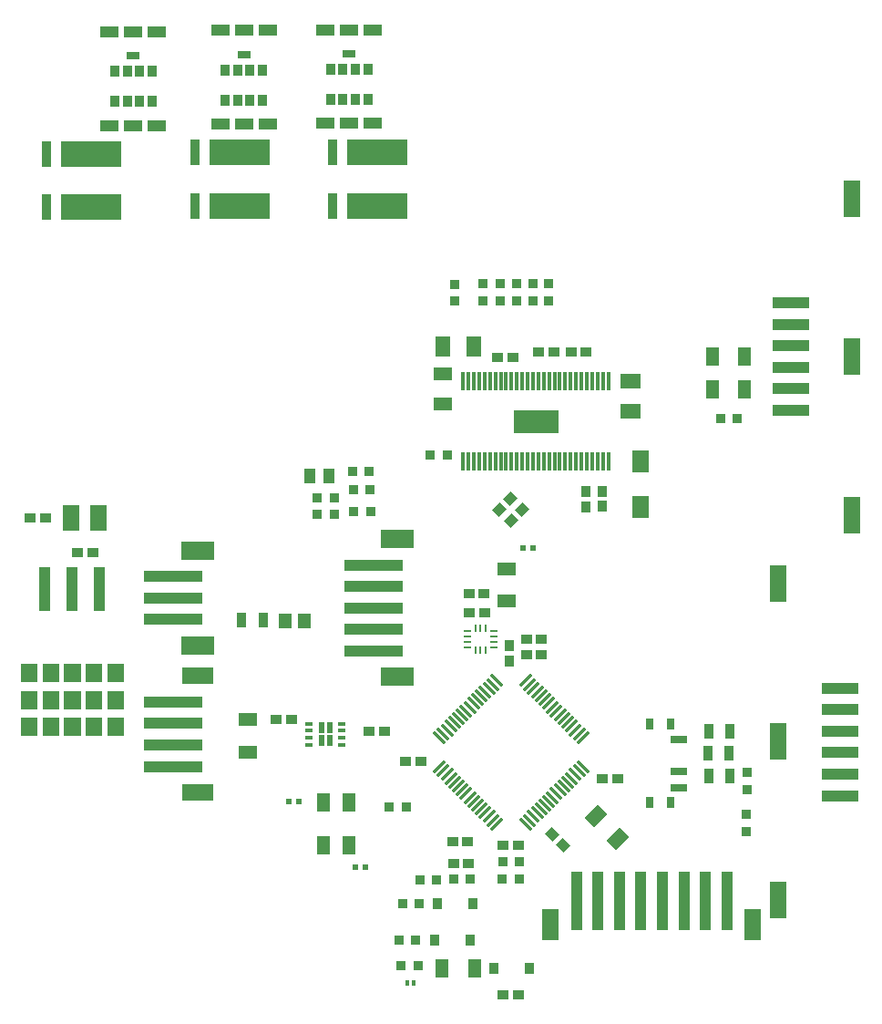
<source format=gbr>
%TF.GenerationSoftware,KiCad,Pcbnew,7.0.8*%
%TF.CreationDate,2023-12-22T14:09:36-07:00*%
%TF.ProjectId,VESC-6-MK5,56455343-2d36-42d4-9d4b-352e6b696361,rev?*%
%TF.SameCoordinates,Original*%
%TF.FileFunction,Paste,Top*%
%TF.FilePolarity,Positive*%
%FSLAX46Y46*%
G04 Gerber Fmt 4.6, Leading zero omitted, Abs format (unit mm)*
G04 Created by KiCad (PCBNEW 7.0.8) date 2023-12-22 14:09:36*
%MOMM*%
%LPD*%
G01*
G04 APERTURE LIST*
G04 Aperture macros list*
%AMRoundRect*
0 Rectangle with rounded corners*
0 $1 Rounding radius*
0 $2 $3 $4 $5 $6 $7 $8 $9 X,Y pos of 4 corners*
0 Add a 4 corners polygon primitive as box body*
4,1,4,$2,$3,$4,$5,$6,$7,$8,$9,$2,$3,0*
0 Add four circle primitives for the rounded corners*
1,1,$1+$1,$2,$3*
1,1,$1+$1,$4,$5*
1,1,$1+$1,$6,$7*
1,1,$1+$1,$8,$9*
0 Add four rect primitives between the rounded corners*
20,1,$1+$1,$2,$3,$4,$5,0*
20,1,$1+$1,$4,$5,$6,$7,0*
20,1,$1+$1,$6,$7,$8,$9,0*
20,1,$1+$1,$8,$9,$2,$3,0*%
%AMRotRect*
0 Rectangle, with rotation*
0 The origin of the aperture is its center*
0 $1 length*
0 $2 width*
0 $3 Rotation angle, in degrees counterclockwise*
0 Add horizontal line*
21,1,$1,$2,0,0,$3*%
G04 Aperture macros list end*
%ADD10C,0.010000*%
%ADD11R,0.870000X0.930000*%
%ADD12R,1.010000X0.930000*%
%ADD13R,0.930000X1.010000*%
%ADD14RotRect,1.010000X0.930000X225.000000*%
%ADD15R,0.930000X0.870000*%
%ADD16R,1.160000X1.470000*%
%ADD17R,1.370000X1.910000*%
%ADD18R,0.863600X1.346200*%
%ADD19R,1.170000X1.770000*%
%ADD20RoundRect,0.011200X0.128800X-0.773800X0.128800X0.773800X-0.128800X0.773800X-0.128800X-0.773800X0*%
%ADD21R,0.812800X1.041400*%
%ADD22RoundRect,0.075000X-0.441942X-0.548008X0.548008X0.441942X0.441942X0.548008X-0.548008X-0.441942X0*%
%ADD23RoundRect,0.075000X0.441942X-0.548008X0.548008X-0.441942X-0.441942X0.548008X-0.548008X0.441942X0*%
%ADD24R,5.600000X2.440000*%
%ADD25R,0.890000X2.440000*%
%ADD26R,1.799996X1.305598*%
%ADD27R,0.355600X0.558800*%
%ADD28R,1.701800X1.092200*%
%ADD29R,1.295400X0.711200*%
%ADD30R,0.838200X1.092200*%
%ADD31R,3.505200X0.990600*%
%ADD32R,1.600200X3.505200*%
%ADD33R,0.863600X0.965200*%
%ADD34R,0.600000X1.000000*%
%ADD35R,0.650000X0.350000*%
%ADD36R,0.609600X0.609600*%
%ADD37R,1.200000X1.800000*%
%ADD38R,0.960000X1.380000*%
%ADD39R,0.675000X0.250000*%
%ADD40R,0.250000X0.675000*%
%ADD41RotRect,1.010000X0.930000X315.000000*%
%ADD42R,1.500000X0.700000*%
%ADD43R,0.800000X1.000000*%
%ADD44R,1.050000X4.050000*%
%ADD45R,1.230000X1.770000*%
%ADD46R,5.500000X1.000000*%
%ADD47R,3.000000X1.600000*%
%ADD48R,5.511800X0.990600*%
%ADD49R,3.098800X1.701800*%
%ADD50RotRect,1.230000X1.770000X315.000000*%
%ADD51R,1.497552X2.413000*%
%ADD52R,1.910000X1.370000*%
%ADD53R,1.000000X5.500000*%
%ADD54R,1.600000X3.000000*%
%ADD55R,0.503199X0.549999*%
%ADD56R,1.770000X1.230000*%
%ADD57R,1.500000X2.120000*%
%ADD58R,0.965200X0.863600*%
%ADD59R,1.770000X1.170000*%
%ADD60R,1.117600X1.447800*%
G04 APERTURE END LIST*
%TO.C,U3*%
D10*
X210378770Y-97689410D02*
X206376000Y-97689410D01*
X206376000Y-95642000D01*
X210378770Y-95642000D01*
X210378770Y-97689410D01*
G36*
X210378770Y-97689410D02*
G01*
X206376000Y-97689410D01*
X206376000Y-95642000D01*
X210378770Y-95642000D01*
X210378770Y-97689410D01*
G37*
%TO.C,U8*%
X170015000Y-120835000D02*
X168568530Y-120835000D01*
X168568530Y-119235756D01*
X170015000Y-119235756D01*
X170015000Y-120835000D01*
G36*
X170015000Y-120835000D02*
G01*
X168568530Y-120835000D01*
X168568530Y-119235756D01*
X170015000Y-119235756D01*
X170015000Y-120835000D01*
G37*
X164015000Y-120835000D02*
X162560870Y-120835000D01*
X162560870Y-119236059D01*
X164015000Y-119236059D01*
X164015000Y-120835000D01*
G36*
X164015000Y-120835000D02*
G01*
X162560870Y-120835000D01*
X162560870Y-119236059D01*
X164015000Y-119236059D01*
X164015000Y-120835000D01*
G37*
X168015000Y-120835000D02*
X166567070Y-120835000D01*
X166567070Y-119236139D01*
X168015000Y-119236139D01*
X168015000Y-120835000D01*
G36*
X168015000Y-120835000D02*
G01*
X166567070Y-120835000D01*
X166567070Y-119236139D01*
X168015000Y-119236139D01*
X168015000Y-120835000D01*
G37*
X166015000Y-120835000D02*
X164563810Y-120835000D01*
X164563810Y-119236141D01*
X166015000Y-119236141D01*
X166015000Y-120835000D01*
G36*
X166015000Y-120835000D02*
G01*
X164563810Y-120835000D01*
X164563810Y-119236141D01*
X166015000Y-119236141D01*
X166015000Y-120835000D01*
G37*
X162015000Y-120835000D02*
X160556110Y-120835000D01*
X160556110Y-119236316D01*
X162015000Y-119236316D01*
X162015000Y-120835000D01*
G36*
X162015000Y-120835000D02*
G01*
X160556110Y-120835000D01*
X160556110Y-119236316D01*
X162015000Y-119236316D01*
X162015000Y-120835000D01*
G37*
X162015000Y-123335000D02*
X160564260Y-123335000D01*
X160564260Y-121735500D01*
X162015000Y-121735500D01*
X162015000Y-123335000D01*
G36*
X162015000Y-123335000D02*
G01*
X160564260Y-123335000D01*
X160564260Y-121735500D01*
X162015000Y-121735500D01*
X162015000Y-123335000D01*
G37*
X170015000Y-123335000D02*
X168567360Y-123335000D01*
X168567360Y-121737310D01*
X170015000Y-121737310D01*
X170015000Y-123335000D01*
G36*
X170015000Y-123335000D02*
G01*
X168567360Y-123335000D01*
X168567360Y-121737310D01*
X170015000Y-121737310D01*
X170015000Y-123335000D01*
G37*
X168015000Y-123335000D02*
X166566280Y-123335000D01*
X166566280Y-121738230D01*
X168015000Y-121738230D01*
X168015000Y-123335000D01*
G36*
X168015000Y-123335000D02*
G01*
X166566280Y-123335000D01*
X166566280Y-121738230D01*
X168015000Y-121738230D01*
X168015000Y-123335000D01*
G37*
X164015000Y-123335000D02*
X162561080Y-123335000D01*
X162561080Y-121739590D01*
X164015000Y-121739590D01*
X164015000Y-123335000D01*
G36*
X164015000Y-123335000D02*
G01*
X162561080Y-123335000D01*
X162561080Y-121739590D01*
X164015000Y-121739590D01*
X164015000Y-123335000D01*
G37*
X166015000Y-123335000D02*
X164563821Y-123335000D01*
X164563821Y-121740170D01*
X166015000Y-121740170D01*
X166015000Y-123335000D01*
G36*
X166015000Y-123335000D02*
G01*
X164563821Y-123335000D01*
X164563821Y-121740170D01*
X166015000Y-121740170D01*
X166015000Y-123335000D01*
G37*
X168015000Y-125835000D02*
X166565050Y-125835000D01*
X166565050Y-124235240D01*
X168015000Y-124235240D01*
X168015000Y-125835000D01*
G36*
X168015000Y-125835000D02*
G01*
X166565050Y-125835000D01*
X166565050Y-124235240D01*
X168015000Y-124235240D01*
X168015000Y-125835000D01*
G37*
X166015000Y-125835000D02*
X164564759Y-125835000D01*
X164564759Y-124236880D01*
X166015000Y-124236880D01*
X166015000Y-125835000D01*
G36*
X166015000Y-125835000D02*
G01*
X164564759Y-125835000D01*
X164564759Y-124236880D01*
X166015000Y-124236880D01*
X166015000Y-125835000D01*
G37*
X164015000Y-125835000D02*
X162562980Y-125835000D01*
X162562980Y-124239220D01*
X164015000Y-124239220D01*
X164015000Y-125835000D01*
G36*
X164015000Y-125835000D02*
G01*
X162562980Y-125835000D01*
X162562980Y-124239220D01*
X164015000Y-124239220D01*
X164015000Y-125835000D01*
G37*
X170015000Y-125835000D02*
X168568210Y-125835000D01*
X168568210Y-124240600D01*
X170015000Y-124240600D01*
X170015000Y-125835000D01*
G36*
X170015000Y-125835000D02*
G01*
X168568210Y-125835000D01*
X168568210Y-124240600D01*
X170015000Y-124240600D01*
X170015000Y-125835000D01*
G37*
X162015000Y-125835000D02*
X160555940Y-125835000D01*
X160555940Y-124245920D01*
X162015000Y-124245920D01*
X162015000Y-125835000D01*
G36*
X162015000Y-125835000D02*
G01*
X160555940Y-125835000D01*
X160555940Y-124245920D01*
X162015000Y-124245920D01*
X162015000Y-125835000D01*
G37*
%TD*%
D11*
%TO.C,R13*%
X198600000Y-99865000D03*
X200160000Y-99865000D03*
%TD*%
%TO.C,R1*%
X227090602Y-96426000D03*
X225530602Y-96426000D03*
%TD*%
D12*
%TO.C,C25*%
X211661000Y-90240000D03*
X213079000Y-90240000D03*
%TD*%
D13*
%TO.C,C17*%
X213070000Y-103211000D03*
X213070000Y-104629000D03*
%TD*%
D14*
%TO.C,C15*%
X206031339Y-103878661D03*
X205028661Y-104881339D03*
%TD*%
D12*
%TO.C,C33*%
X192881000Y-125520000D03*
X194299000Y-125520000D03*
%TD*%
D15*
%TO.C,R33*%
X208121000Y-85510000D03*
X208121000Y-83950000D03*
%TD*%
D12*
%TO.C,C64*%
X165791000Y-108860000D03*
X167209000Y-108860000D03*
%TD*%
D16*
%TO.C,C1*%
X185118000Y-115198000D03*
X186868000Y-115198000D03*
%TD*%
D17*
%TO.C,C27*%
X202621000Y-89740000D03*
X199779000Y-89740000D03*
%TD*%
D18*
%TO.C,R6*%
X181042400Y-115163300D03*
X183099800Y-115163300D03*
%TD*%
D19*
%TO.C,R47*%
X202690000Y-147530000D03*
X199702000Y-147530000D03*
%TD*%
D20*
%TO.C,U3*%
X201626000Y-100385000D03*
X202126000Y-100385000D03*
X202626000Y-100385000D03*
X203126000Y-100385000D03*
X203626000Y-100385000D03*
X204126000Y-100385000D03*
X204626000Y-100385000D03*
X205126000Y-100385000D03*
X205626000Y-100385000D03*
X206126000Y-100385000D03*
X206626000Y-100385000D03*
X207126000Y-100385000D03*
X207626000Y-100385000D03*
X208126000Y-100385000D03*
X208626000Y-100385000D03*
X209126000Y-100385000D03*
X209626000Y-100385000D03*
X210126000Y-100385000D03*
X210626000Y-100385000D03*
X211126000Y-100385000D03*
X211626000Y-100385000D03*
X212126000Y-100385000D03*
X212626000Y-100385000D03*
X213126000Y-100385000D03*
X213626000Y-100385000D03*
X214126000Y-100385000D03*
X214626000Y-100385000D03*
X215126000Y-100385000D03*
X215126000Y-92945000D03*
X214626000Y-92945000D03*
X214126000Y-92945000D03*
X213626000Y-92945000D03*
X213126000Y-92945000D03*
X212626000Y-92945000D03*
X212126000Y-92945000D03*
X211626000Y-92945000D03*
X211126000Y-92945000D03*
X210626000Y-92945000D03*
X210126000Y-92945000D03*
X209626000Y-92945000D03*
X209126000Y-92945000D03*
X208626000Y-92945000D03*
X208126000Y-92945000D03*
X207626000Y-92945000D03*
X207126000Y-92945000D03*
X206626000Y-92945000D03*
X206126000Y-92945000D03*
X205626000Y-92945000D03*
X205126000Y-92945000D03*
X204626000Y-92945000D03*
X204126000Y-92945000D03*
X203626000Y-92945000D03*
X203126000Y-92945000D03*
X202626000Y-92945000D03*
X202126000Y-92945000D03*
X201626000Y-92945000D03*
%TD*%
D12*
%TO.C,C12*%
X197689000Y-128240000D03*
X196271000Y-128240000D03*
%TD*%
D21*
%TO.C,D9*%
X204476600Y-147533500D03*
X207778600Y-147533500D03*
%TD*%
D12*
%TO.C,C36*%
X206789000Y-136030000D03*
X205371000Y-136030000D03*
%TD*%
D21*
%TO.C,D8*%
X198966600Y-144848100D03*
X202268600Y-144848100D03*
%TD*%
D22*
%TO.C,U1*%
X199430519Y-128796181D03*
X199784072Y-129149734D03*
X200137625Y-129503287D03*
X200491179Y-129856841D03*
X200844732Y-130210394D03*
X201198286Y-130563948D03*
X201551839Y-130917501D03*
X201905392Y-131271054D03*
X202258946Y-131624608D03*
X202612499Y-131978161D03*
X202966052Y-132331714D03*
X203319606Y-132685268D03*
X203673159Y-133038821D03*
X204026713Y-133392375D03*
X204380266Y-133745928D03*
X204733819Y-134099481D03*
D23*
X207456181Y-134099481D03*
X207809734Y-133745928D03*
X208163287Y-133392375D03*
X208516841Y-133038821D03*
X208870394Y-132685268D03*
X209223948Y-132331714D03*
X209577501Y-131978161D03*
X209931054Y-131624608D03*
X210284608Y-131271054D03*
X210638161Y-130917501D03*
X210991714Y-130563948D03*
X211345268Y-130210394D03*
X211698821Y-129856841D03*
X212052375Y-129503287D03*
X212405928Y-129149734D03*
X212759481Y-128796181D03*
D22*
X212759481Y-126073819D03*
X212405928Y-125720266D03*
X212052375Y-125366713D03*
X211698821Y-125013159D03*
X211345268Y-124659606D03*
X210991714Y-124306052D03*
X210638161Y-123952499D03*
X210284608Y-123598946D03*
X209931054Y-123245392D03*
X209577501Y-122891839D03*
X209223948Y-122538286D03*
X208870394Y-122184732D03*
X208516841Y-121831179D03*
X208163287Y-121477625D03*
X207809734Y-121124072D03*
X207456181Y-120770519D03*
D23*
X204733819Y-120770519D03*
X204380266Y-121124072D03*
X204026713Y-121477625D03*
X203673159Y-121831179D03*
X203319606Y-122184732D03*
X202966052Y-122538286D03*
X202612499Y-122891839D03*
X202258946Y-123245392D03*
X201905392Y-123598946D03*
X201551839Y-123952499D03*
X201198286Y-124306052D03*
X200844732Y-124659606D03*
X200491179Y-125013159D03*
X200137625Y-125366713D03*
X199784072Y-125720266D03*
X199430519Y-126073819D03*
%TD*%
D24*
%TO.C,R32*%
X193655000Y-76711000D03*
X193655000Y-71751000D03*
D25*
X189520000Y-76711000D03*
X189520000Y-71751000D03*
%TD*%
D26*
%TO.C,C22*%
X199725797Y-92267400D03*
X199725797Y-95072996D03*
%TD*%
D15*
%TO.C,R10*%
X189630000Y-103805000D03*
X189630000Y-105365000D03*
%TD*%
D27*
%TO.C,D10*%
X196464200Y-148845000D03*
X196997600Y-148845000D03*
%TD*%
D12*
%TO.C,C56*%
X205351000Y-149930000D03*
X206769000Y-149930000D03*
%TD*%
D28*
%TO.C,Q2*%
X173199001Y-60517499D03*
X170999000Y-60517499D03*
X168798999Y-60517499D03*
X173199001Y-69222501D03*
X170999000Y-69222501D03*
X168798999Y-69222501D03*
D29*
X170999000Y-62767499D03*
D30*
X172724000Y-64167499D03*
X171574000Y-64167499D03*
X170424000Y-64167499D03*
X169274000Y-64167499D03*
X172724000Y-66967499D03*
X171574000Y-66967499D03*
X170424000Y-66967499D03*
X169274000Y-66967499D03*
%TD*%
D31*
%TO.C,P4*%
X236649902Y-121463300D03*
X236649902Y-123463301D03*
X236649902Y-125463302D03*
X236649902Y-127463300D03*
X236649902Y-129463301D03*
X236649902Y-131463300D03*
D32*
X230899901Y-141138302D03*
X230899901Y-126438301D03*
X230899901Y-111738300D03*
%TD*%
D33*
%TO.C,C55*%
X195832000Y-147202800D03*
X197432200Y-147202800D03*
%TD*%
D11*
%TO.C,R12*%
X191420000Y-103055000D03*
X192980000Y-103055000D03*
%TD*%
D34*
%TO.C,U4*%
X189222500Y-126345000D03*
X189222500Y-125145000D03*
X188447500Y-126345000D03*
X188447500Y-125145000D03*
D35*
X190385000Y-126720000D03*
X190385000Y-126070000D03*
X190385000Y-125420000D03*
X190385000Y-124770000D03*
X187285000Y-124770000D03*
X187285000Y-125420000D03*
X187285000Y-126070000D03*
X187285000Y-126720000D03*
%TD*%
D36*
%TO.C,C2*%
X185463400Y-132003400D03*
X186352400Y-132003400D03*
%TD*%
D37*
%TO.C,Y1*%
X188650000Y-132095000D03*
X188650000Y-136095000D03*
X191050000Y-136095000D03*
X191050000Y-132095000D03*
%TD*%
D11*
%TO.C,R46*%
X200760000Y-139215000D03*
X202320000Y-139215000D03*
%TD*%
%TO.C,R41*%
X195670000Y-144875000D03*
X197230000Y-144875000D03*
%TD*%
D38*
%TO.C,R44*%
X224445000Y-125505000D03*
X226401000Y-125505000D03*
%TD*%
D39*
%TO.C,U9*%
X204517500Y-117665000D03*
X204517500Y-117165000D03*
X204517500Y-116665000D03*
X204517500Y-116165000D03*
D40*
X203755000Y-115902500D03*
X203255000Y-115902500D03*
X202755000Y-115902500D03*
D39*
X201992500Y-116165000D03*
X201992500Y-116665000D03*
X201992500Y-117165000D03*
X201992500Y-117665000D03*
D40*
X202755000Y-117927500D03*
X203255000Y-117927500D03*
X203755000Y-117927500D03*
%TD*%
D41*
%TO.C,C9*%
X209908661Y-135048661D03*
X210911339Y-136051339D03*
%TD*%
D42*
%TO.C,U11*%
X221715000Y-126205000D03*
X221715000Y-129205000D03*
X221715000Y-130705000D03*
D43*
X220930000Y-124805000D03*
X219000000Y-124805000D03*
X219000000Y-132105000D03*
X220930000Y-132105000D03*
%TD*%
D15*
%TO.C,R11*%
X188060000Y-105335000D03*
X188060000Y-103775000D03*
%TD*%
D12*
%TO.C,C34*%
X185689000Y-124420000D03*
X184271000Y-124420000D03*
%TD*%
D15*
%TO.C,R31*%
X206587000Y-85510000D03*
X206587000Y-83950000D03*
%TD*%
D31*
%TO.C,P1*%
X232050700Y-95680501D03*
X232050700Y-93680500D03*
X232050700Y-91680499D03*
X232050700Y-89680501D03*
X232050700Y-87680500D03*
X232050700Y-85680501D03*
D32*
X237800701Y-76005499D03*
X237800701Y-90705500D03*
X237800701Y-105405501D03*
%TD*%
D44*
%TO.C,U8*%
X167835000Y-112285000D03*
X165295000Y-112285000D03*
X162755000Y-112285000D03*
%TD*%
D28*
%TO.C,Q6*%
X193249001Y-60336099D03*
X191049000Y-60336099D03*
X188848999Y-60336099D03*
X193249001Y-69041101D03*
X191049000Y-69041101D03*
X188848999Y-69041101D03*
D29*
X191049000Y-62586099D03*
D30*
X192774000Y-63986099D03*
X191624000Y-63986099D03*
X190474000Y-63986099D03*
X189324000Y-63986099D03*
X192774000Y-66786099D03*
X191624000Y-66786099D03*
X190474000Y-66786099D03*
X189324000Y-66786099D03*
%TD*%
D12*
%TO.C,C51*%
X202191000Y-114440000D03*
X203609000Y-114440000D03*
%TD*%
D15*
%TO.C,R39*%
X228000000Y-130885000D03*
X228000000Y-129325000D03*
%TD*%
%TO.C,R25*%
X200855000Y-85530000D03*
X200855000Y-83970000D03*
%TD*%
%TO.C,R34*%
X209585000Y-85490000D03*
X209585000Y-83930000D03*
%TD*%
D45*
%TO.C,R3*%
X227780602Y-90661000D03*
X224848602Y-90661000D03*
%TD*%
D46*
%TO.C,P2*%
X174695000Y-122745000D03*
X174695000Y-124745000D03*
X174695000Y-126745000D03*
X174695000Y-128745000D03*
D47*
X176945000Y-120345000D03*
X176945000Y-131145000D03*
%TD*%
D38*
%TO.C,R43*%
X224395000Y-127545000D03*
X226351000Y-127545000D03*
%TD*%
D33*
%TO.C,C7*%
X196382200Y-132472800D03*
X194782000Y-132472800D03*
%TD*%
D12*
%TO.C,C10*%
X214581000Y-129880000D03*
X215999000Y-129880000D03*
%TD*%
D28*
%TO.C,Q4*%
X183449001Y-60413699D03*
X181249000Y-60413699D03*
X179048999Y-60413699D03*
X183449001Y-69118701D03*
X181249000Y-69118701D03*
X179048999Y-69118701D03*
D29*
X181249000Y-62663699D03*
D30*
X182974000Y-64063699D03*
X181824000Y-64063699D03*
X180674000Y-64063699D03*
X179524000Y-64063699D03*
X182974000Y-66863699D03*
X181824000Y-66863699D03*
X180674000Y-66863699D03*
X179524000Y-66863699D03*
%TD*%
D48*
%TO.C,P7*%
X193320000Y-118040000D03*
X193320000Y-116040001D03*
X193320000Y-114040000D03*
X193320000Y-112039999D03*
X193320000Y-110040001D03*
D49*
X195526500Y-120440000D03*
X195526500Y-107640000D03*
%TD*%
D14*
%TO.C,C14*%
X207091339Y-104948661D03*
X206088661Y-105951339D03*
%TD*%
D50*
%TO.C,R38*%
X213943381Y-133387381D03*
X216016619Y-135460619D03*
%TD*%
D12*
%TO.C,C4*%
X207511000Y-116910000D03*
X208929000Y-116910000D03*
%TD*%
D36*
%TO.C,C8*%
X192548600Y-138137400D03*
X191659600Y-138137400D03*
%TD*%
D38*
%TO.C,R42*%
X224455000Y-129595000D03*
X226411000Y-129595000D03*
%TD*%
D12*
%TO.C,C23*%
X204831000Y-90770000D03*
X206249000Y-90770000D03*
%TD*%
%TO.C,C50*%
X202161000Y-112680000D03*
X203579000Y-112680000D03*
%TD*%
D48*
%TO.C,P6*%
X174713800Y-111105399D03*
X174713800Y-113105400D03*
X174713800Y-115105401D03*
D49*
X176963801Y-108705401D03*
X176963801Y-117505399D03*
%TD*%
D51*
%TO.C,C21*%
X165203376Y-105666800D03*
X167719024Y-105666800D03*
%TD*%
D52*
%TO.C,C26*%
X217180000Y-92939000D03*
X217180000Y-95781000D03*
%TD*%
D11*
%TO.C,R40*%
X196010000Y-141465000D03*
X197570000Y-141465000D03*
%TD*%
D15*
%TO.C,R26*%
X203499000Y-85510000D03*
X203499000Y-83950000D03*
%TD*%
D53*
%TO.C,P5*%
X226155000Y-141215000D03*
X224155000Y-141215000D03*
X222155000Y-141215000D03*
X220155000Y-141215000D03*
X218155000Y-141215000D03*
X216155000Y-141215000D03*
X214155000Y-141215000D03*
X212155000Y-141215000D03*
D54*
X228555000Y-143465000D03*
X209755000Y-143465000D03*
%TD*%
D33*
%TO.C,C18*%
X191442000Y-105052800D03*
X193042200Y-105052800D03*
%TD*%
D55*
%TO.C,C19*%
X208163398Y-108473599D03*
X207210200Y-108473599D03*
%TD*%
D12*
%TO.C,C3*%
X207501000Y-118410000D03*
X208919000Y-118410000D03*
%TD*%
D11*
%TO.C,R28*%
X206870000Y-137625000D03*
X205310000Y-137625000D03*
%TD*%
D13*
%TO.C,C11*%
X205930000Y-118969000D03*
X205930000Y-117551000D03*
%TD*%
D12*
%TO.C,C5*%
X202139000Y-137730000D03*
X200721000Y-137730000D03*
%TD*%
D11*
%TO.C,R27*%
X205290000Y-139205000D03*
X206850000Y-139205000D03*
%TD*%
D56*
%TO.C,R5*%
X205646000Y-113336000D03*
X205646000Y-110404000D03*
%TD*%
D12*
%TO.C,C6*%
X202069000Y-135700000D03*
X200651000Y-135700000D03*
%TD*%
D24*
%TO.C,R29*%
X180825000Y-76721000D03*
X180825000Y-71761000D03*
D25*
X176690000Y-76721000D03*
X176690000Y-71761000D03*
%TD*%
D57*
%TO.C,D5*%
X218090000Y-104650000D03*
X218090000Y-100420000D03*
%TD*%
D58*
%TO.C,C58*%
X227958400Y-133217800D03*
X227958400Y-134818000D03*
%TD*%
D11*
%TO.C,R45*%
X197600000Y-139255000D03*
X199160000Y-139255000D03*
%TD*%
D21*
%TO.C,D7*%
X199266600Y-141452700D03*
X202568600Y-141452700D03*
%TD*%
D12*
%TO.C,C24*%
X208651000Y-90260000D03*
X210069000Y-90260000D03*
%TD*%
D11*
%TO.C,R14*%
X191370000Y-101355000D03*
X192930000Y-101355000D03*
%TD*%
D24*
%TO.C,R24*%
X167075000Y-76811000D03*
X167075000Y-71851000D03*
D25*
X162940000Y-76811000D03*
X162940000Y-71851000D03*
%TD*%
D59*
%TO.C,R23*%
X181620000Y-127400000D03*
X181620000Y-124412000D03*
%TD*%
D12*
%TO.C,C13*%
X161421000Y-105690000D03*
X162839000Y-105690000D03*
%TD*%
D15*
%TO.C,R30*%
X205053000Y-85490000D03*
X205053000Y-83930000D03*
%TD*%
D45*
%TO.C,R2*%
X227780602Y-93731000D03*
X224848602Y-93731000D03*
%TD*%
D13*
%TO.C,C20*%
X214590000Y-103191000D03*
X214590000Y-104609000D03*
%TD*%
D60*
%TO.C,C16*%
X187349400Y-101754100D03*
X189152800Y-101754100D03*
%TD*%
M02*

</source>
